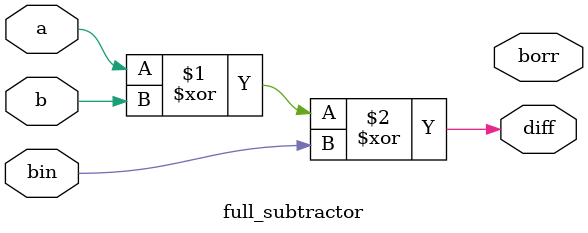
<source format=v>

module full_subtractor(input a, b, bin,
                        output diff, borr
                    );

wire w1, w2, w3;

                    assign diff = a ^ b ^ bin;
                    assign w1 = (~a) & b;
                    assign w2 = (~a) & bin;
                    assign w3 = b & bin;
                    assign corr = w1 | w2 | w3;

endmodule


</source>
